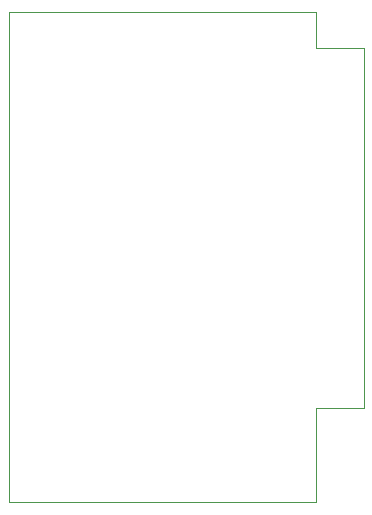
<source format=gbr>
G04 #@! TF.GenerationSoftware,KiCad,Pcbnew,(5.1.5-0-10_14)*
G04 #@! TF.CreationDate,2020-04-14T14:24:53+01:00*
G04 #@! TF.ProjectId,RS422,52533432-322e-46b6-9963-61645f706362,rev?*
G04 #@! TF.SameCoordinates,Original*
G04 #@! TF.FileFunction,Profile,NP*
%FSLAX46Y46*%
G04 Gerber Fmt 4.6, Leading zero omitted, Abs format (unit mm)*
G04 Created by KiCad (PCBNEW (5.1.5-0-10_14)) date 2020-04-14 14:24:53*
%MOMM*%
%LPD*%
G04 APERTURE LIST*
%ADD10C,0.050000*%
G04 APERTURE END LIST*
D10*
X132620000Y-94080000D02*
X132620000Y-102080000D01*
X136620000Y-94080000D02*
X132620000Y-94080000D01*
X132620000Y-63580000D02*
X136620000Y-63580000D01*
X132620000Y-60580000D02*
X132620000Y-63580000D01*
X136620000Y-94080000D02*
X136620000Y-63580000D01*
X106620000Y-102080000D02*
X132620000Y-102080000D01*
X106620000Y-60580000D02*
X106620000Y-102080000D01*
X132620000Y-60580000D02*
X106620000Y-60580000D01*
M02*

</source>
